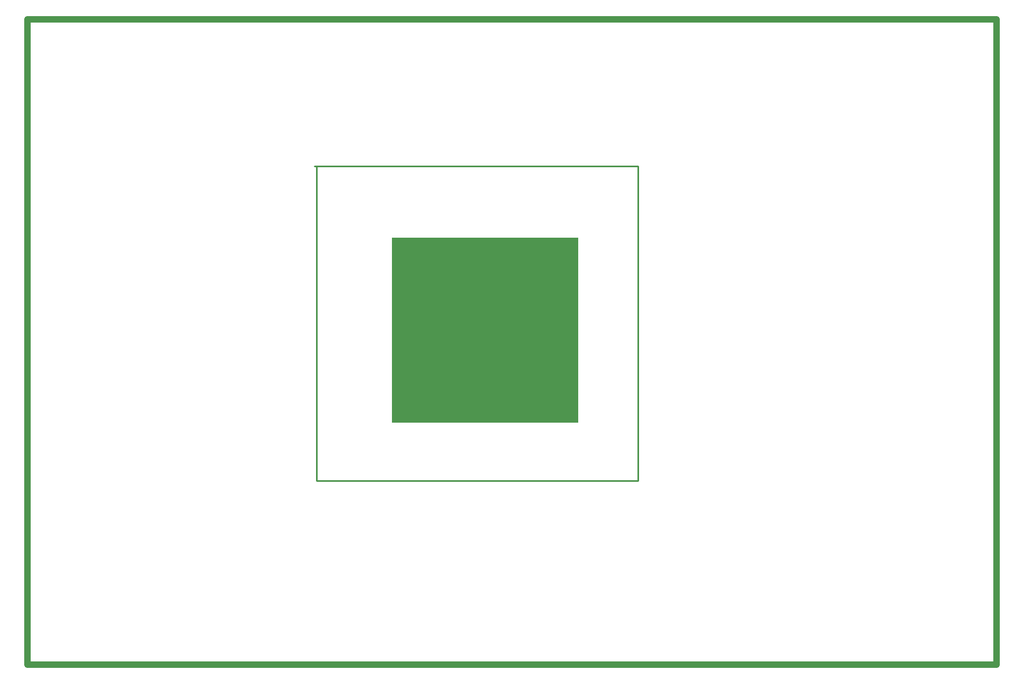
<source format=gbr>
G04 Layer_Physical_Order=2*
G04 Layer_Color=32768*
%FSLAX26Y26*%
%MOIN*%
%TF.FileFunction,Copper,L2,Inr,Plane*%
%TF.Part,Single*%
G01*
G75*
%TA.AperFunction,NonConductor*%
%ADD10C,0.010000*%
%ADD11C,0.040000*%
%ADD12R,1.155000X1.145000*%
D10*
X2790000Y2140000D02*
Y4090000D01*
Y2140000D02*
X4780000D01*
Y4090000D01*
X2775000D02*
X4780000D01*
D11*
X1000000Y1000000D02*
Y5000000D01*
X7000000D01*
Y1000000D02*
Y5000000D01*
X1000000Y1000000D02*
X7000000D01*
D12*
X3832500Y3072500D02*
D03*
%TF.MD5,56c79b5132db9a5ca3e0ab31ef00e2ae*%
M02*

</source>
